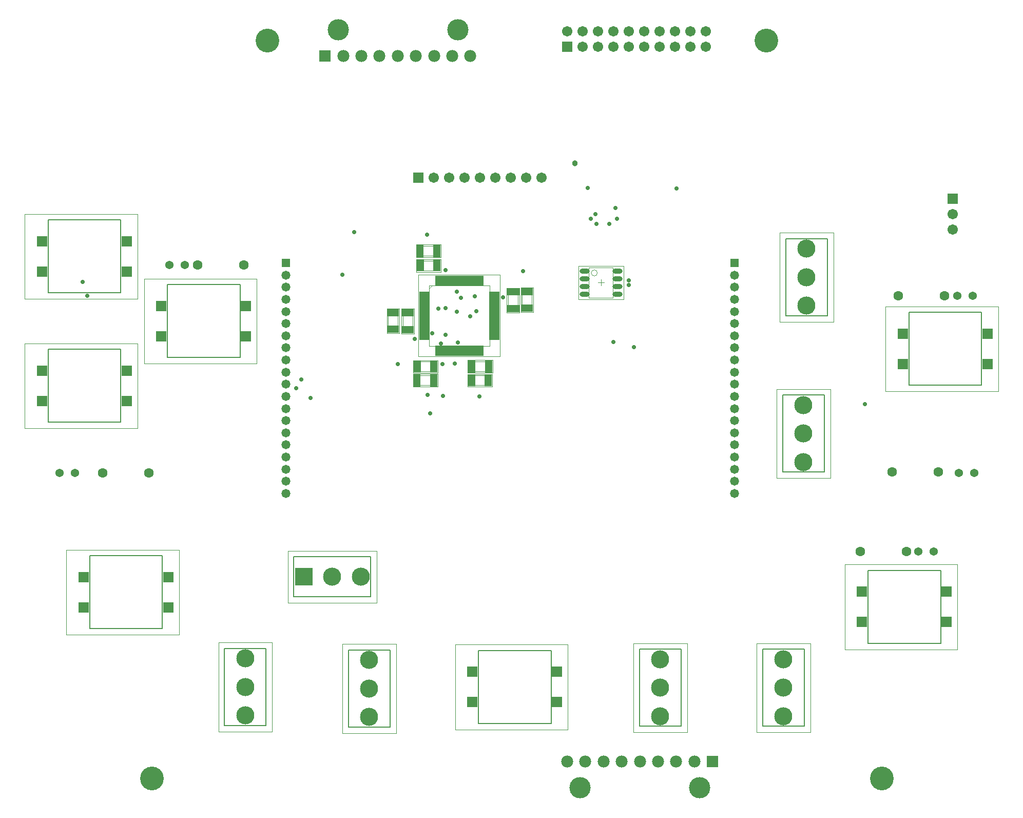
<source format=gts>
G04*
G04 #@! TF.GenerationSoftware,Altium Limited,Altium Designer,19.1.5 (86)*
G04*
G04 Layer_Color=8388736*
%FSLAX24Y24*%
%MOIN*%
G70*
G01*
G75*
%ADD10C,0.0079*%
%ADD15C,0.0039*%
%ADD21C,0.0020*%
%ADD30R,0.0497X0.0781*%
%ADD31R,0.0781X0.0497*%
%ADD32R,0.0482X0.0797*%
%ADD33R,0.0797X0.0482*%
%ADD34R,0.0690X0.0710*%
%ADD35R,0.0198X0.0651*%
%ADD36R,0.0651X0.0198*%
%ADD37O,0.0651X0.0316*%
%ADD38C,0.1173*%
%ADD39R,0.0671X0.0671*%
%ADD40C,0.0671*%
%ADD41R,0.1173X0.1173*%
%ADD42C,0.0580*%
%ADD43R,0.0580X0.0580*%
%ADD44C,0.0540*%
%ADD45R,0.0780X0.0780*%
%ADD46C,0.0780*%
%ADD47C,0.1380*%
%ADD48C,0.1540*%
%ADD49R,0.0671X0.0671*%
%ADD50C,0.0631*%
%ADD51C,0.0280*%
%ADD52C,0.0380*%
D10*
X43650Y32550D02*
X46350D01*
Y37550D01*
X43650D02*
X46350D01*
X43650Y32550D02*
Y37550D01*
X11700Y14301D02*
Y16899D01*
Y14301D02*
X16700D01*
Y16899D01*
X11700D02*
X16700D01*
X34150Y5900D02*
X36850D01*
Y10900D01*
X34150D02*
X36850D01*
X34150Y5900D02*
Y10900D01*
X42150Y5900D02*
X44850D01*
Y10900D01*
X42150D02*
X44850D01*
X42150Y5900D02*
Y10900D01*
X15250Y5850D02*
Y10850D01*
X17950D01*
Y5850D02*
Y10850D01*
X15250Y5850D02*
X17950D01*
X7200Y5950D02*
Y10950D01*
X9900D01*
Y5950D02*
Y10950D01*
X7200Y5950D02*
X9900D01*
X43450Y22400D02*
Y27400D01*
X46150D01*
Y22400D02*
Y27400D01*
X43450Y22400D02*
X46150D01*
X23688Y6088D02*
X28412D01*
Y10812D01*
X23688D02*
X28412D01*
X23688Y6088D02*
Y10812D01*
X3488Y29838D02*
X8212D01*
Y34562D01*
X3488D02*
X8212D01*
X3488Y29838D02*
Y34562D01*
X-1562Y12238D02*
Y16962D01*
X3162D01*
Y12238D02*
Y16962D01*
X-1562Y12238D02*
X3162D01*
X51638Y28038D02*
Y32762D01*
X56362D01*
Y28038D02*
Y32762D01*
X51638Y28038D02*
X56362D01*
X48988Y11288D02*
Y16012D01*
X53712D01*
Y11288D02*
Y16012D01*
X48988Y11288D02*
X53712D01*
X-4262Y25638D02*
X462D01*
Y30362D01*
X-4262D02*
X462D01*
X-4262Y25638D02*
Y30362D01*
Y34038D02*
X462D01*
Y38762D01*
X-4262D02*
X462D01*
X-4262Y34038D02*
Y38762D01*
D15*
X31414Y35330D02*
G03*
X31414Y35330I-197J0D01*
G01*
X23170Y28665D02*
X24430D01*
Y28035D02*
Y28665D01*
X23170Y28035D02*
X24430D01*
X23170D02*
Y28665D01*
X19620Y28935D02*
X20880D01*
X19620D02*
Y29565D01*
X20880D01*
Y28935D02*
Y29565D01*
X17835Y31570D02*
Y32830D01*
X18465D01*
Y31570D02*
Y32830D01*
X17835Y31570D02*
X18465D01*
X26535Y32939D02*
Y34198D01*
X27165D01*
Y32939D02*
Y34198D01*
X26535Y32939D02*
X27165D01*
X19820Y35485D02*
X21080D01*
X19820D02*
Y36115D01*
X21080D01*
Y35485D02*
Y36115D01*
X23170Y29565D02*
X24430D01*
Y28935D02*
Y29565D01*
X23170Y28935D02*
X24430D01*
X23170D02*
Y29565D01*
X19620Y28035D02*
X20880D01*
X19620D02*
Y28665D01*
X20880D01*
Y28035D02*
Y28665D01*
X18785Y31570D02*
Y32830D01*
X19415D01*
Y31570D02*
Y32830D01*
X18785Y31570D02*
X19415D01*
X25635Y32920D02*
Y34180D01*
X26265D01*
Y32920D02*
Y34180D01*
X25635Y32920D02*
X26265D01*
X19820Y36435D02*
X21080D01*
X19820D02*
Y37065D01*
X21080D01*
Y36435D02*
Y37065D01*
X20482Y34322D02*
X20678Y34518D01*
X20482Y30582D02*
Y34518D01*
Y30582D02*
X24418D01*
Y34518D01*
X20482D02*
X24418D01*
X30863Y33716D02*
X32437D01*
X30863Y35684D02*
X32437D01*
Y33716D02*
Y35684D01*
X30863Y33716D02*
Y35684D01*
X43256Y32156D02*
X46744D01*
Y37944D01*
X43256D02*
X46744D01*
X43256Y32156D02*
Y37944D01*
X11306Y13907D02*
Y17293D01*
Y13907D02*
X17094D01*
Y17293D01*
X11306D02*
X17094D01*
X33756Y5507D02*
X37244D01*
Y11294D01*
X33756D02*
X37244D01*
X33756Y5507D02*
Y11294D01*
X41756Y5506D02*
X45244D01*
Y11294D01*
X41756D02*
X45244D01*
X41756Y5506D02*
Y11294D01*
X14856Y5456D02*
Y11244D01*
X18344D01*
Y5456D02*
Y11244D01*
X14856Y5456D02*
X18344D01*
X6806Y5557D02*
Y11344D01*
X10294D01*
Y5557D02*
Y11344D01*
X6806Y5557D02*
X10294D01*
X43056Y22006D02*
Y27794D01*
X46544D01*
Y22006D02*
Y27794D01*
X43056Y22006D02*
X46544D01*
X22172Y11206D02*
X29495D01*
Y5694D02*
Y11206D01*
X22172Y5694D02*
X29495D01*
X22172D02*
Y11206D01*
X1972Y34956D02*
X9295D01*
Y29444D02*
Y34956D01*
X1972Y29444D02*
X9295D01*
X1972D02*
Y34956D01*
X-3078Y11844D02*
Y17356D01*
Y11844D02*
X4245D01*
Y17356D01*
X-3078D02*
X4245D01*
X50122Y27644D02*
Y33156D01*
Y27644D02*
X57445D01*
Y33156D01*
X50122D02*
X57445D01*
X47472Y10894D02*
Y16406D01*
Y10894D02*
X54795D01*
Y16406D01*
X47472D02*
X54795D01*
X-5778Y30756D02*
X1545D01*
Y25244D02*
Y30756D01*
X-5778Y25244D02*
X1545D01*
X-5778D02*
Y30756D01*
X31650Y34503D02*
Y34897D01*
X31453Y34700D02*
X31847D01*
X-5778Y39156D02*
X1545D01*
Y33644D02*
Y39156D01*
X-5778Y33644D02*
X1545D01*
X-5778D02*
Y39156D01*
D21*
X22997Y28759D02*
X24603D01*
Y27941D02*
Y28759D01*
X22997Y27941D02*
X24603D01*
X22997D02*
Y28759D01*
X19447Y28841D02*
X21053D01*
X19447D02*
Y29659D01*
X21053D01*
Y28841D02*
Y29659D01*
X17741Y31397D02*
Y33003D01*
X18559D01*
Y31397D02*
Y33003D01*
X17741Y31397D02*
X18559D01*
X26441Y32765D02*
Y34372D01*
X27259D01*
Y32765D02*
Y34372D01*
X26441Y32765D02*
X27259D01*
X19647Y35391D02*
X21253D01*
X19647D02*
Y36209D01*
X21253D01*
Y35391D02*
Y36209D01*
X22989Y29667D02*
X24611D01*
Y28833D02*
Y29667D01*
X22989Y28833D02*
X24611D01*
X22989D02*
Y29667D01*
X19439Y27933D02*
X21061D01*
X19439D02*
Y28767D01*
X21061D01*
Y27933D02*
Y28767D01*
X18683Y31389D02*
Y33011D01*
X19517D01*
Y31389D02*
Y33011D01*
X18683Y31389D02*
X19517D01*
X25533Y32739D02*
Y34361D01*
X26367D01*
Y32739D02*
Y34361D01*
X25533Y32739D02*
X26367D01*
X19639Y36333D02*
X21261D01*
X19639D02*
Y37167D01*
X21261D01*
Y36333D02*
Y37167D01*
X19802Y29902D02*
Y35198D01*
Y29902D02*
X25098D01*
Y35198D01*
X19802D02*
X25098D01*
X30193Y33617D02*
X33107D01*
X30193Y35783D02*
X33107D01*
Y33617D02*
Y35783D01*
X30193Y33617D02*
Y35783D01*
D30*
X23265Y28350D02*
D03*
X24335D02*
D03*
X20785Y29250D02*
D03*
X19715D02*
D03*
X20985Y35800D02*
D03*
X19915D02*
D03*
D31*
X18150Y31665D02*
D03*
Y32735D02*
D03*
X26850Y33033D02*
D03*
Y34104D02*
D03*
D32*
X23249Y29250D02*
D03*
X24351D02*
D03*
X20801Y28350D02*
D03*
X19699D02*
D03*
X21001Y36750D02*
D03*
X19899D02*
D03*
D33*
X19100Y31649D02*
D03*
Y32751D02*
D03*
X25950Y32999D02*
D03*
Y34101D02*
D03*
D34*
X23304Y9434D02*
D03*
X28796D02*
D03*
X23304Y7466D02*
D03*
X28796D02*
D03*
X3104Y33184D02*
D03*
X8596D02*
D03*
X3104Y31216D02*
D03*
X8596D02*
D03*
X3546Y13616D02*
D03*
X-1946D02*
D03*
X3546Y15584D02*
D03*
X-1946D02*
D03*
X56746Y29416D02*
D03*
X51254D02*
D03*
X56746Y31384D02*
D03*
X51254D02*
D03*
X54096Y12666D02*
D03*
X48604D02*
D03*
X54096Y14634D02*
D03*
X48604D02*
D03*
X-4646Y28984D02*
D03*
X846D02*
D03*
X-4646Y27016D02*
D03*
X846D02*
D03*
X-4646Y37384D02*
D03*
X846D02*
D03*
X-4646Y35416D02*
D03*
X846D02*
D03*
D35*
X20974Y34814D02*
D03*
X21170D02*
D03*
X21367D02*
D03*
X21564D02*
D03*
X21761D02*
D03*
X21958D02*
D03*
X22155D02*
D03*
X22352D02*
D03*
X22548D02*
D03*
X22745D02*
D03*
X22942D02*
D03*
X23139D02*
D03*
X23336D02*
D03*
X23533D02*
D03*
X23730D02*
D03*
X23926D02*
D03*
Y30286D02*
D03*
X23730D02*
D03*
X23533D02*
D03*
X23336D02*
D03*
X23139D02*
D03*
X22942D02*
D03*
X22745D02*
D03*
X22548D02*
D03*
X22352D02*
D03*
X22155D02*
D03*
X21958D02*
D03*
X21761D02*
D03*
X21564D02*
D03*
X21367D02*
D03*
X21170D02*
D03*
X20974D02*
D03*
D36*
X24714Y34026D02*
D03*
Y33830D02*
D03*
Y33633D02*
D03*
Y33436D02*
D03*
Y33239D02*
D03*
Y33042D02*
D03*
Y32845D02*
D03*
Y32648D02*
D03*
Y32452D02*
D03*
Y32255D02*
D03*
Y32058D02*
D03*
Y31861D02*
D03*
Y31664D02*
D03*
Y31467D02*
D03*
Y31270D02*
D03*
Y31074D02*
D03*
X20186D02*
D03*
Y31270D02*
D03*
Y31467D02*
D03*
Y31664D02*
D03*
Y31861D02*
D03*
Y32058D02*
D03*
Y32255D02*
D03*
Y32452D02*
D03*
Y32648D02*
D03*
Y32845D02*
D03*
Y33042D02*
D03*
Y33239D02*
D03*
Y33436D02*
D03*
Y33633D02*
D03*
Y33830D02*
D03*
Y34026D02*
D03*
D37*
X32723Y33950D02*
D03*
Y34450D02*
D03*
Y34950D02*
D03*
Y35450D02*
D03*
X30577Y33950D02*
D03*
Y34450D02*
D03*
Y34950D02*
D03*
Y35450D02*
D03*
D38*
X45000Y36900D02*
D03*
Y35050D02*
D03*
Y33200D02*
D03*
X16050Y15600D02*
D03*
X14200D02*
D03*
X35500Y10251D02*
D03*
Y8400D02*
D03*
Y6550D02*
D03*
X43500Y10250D02*
D03*
Y8400D02*
D03*
Y6550D02*
D03*
X16600Y6500D02*
D03*
Y8350D02*
D03*
Y10200D02*
D03*
X8550Y6600D02*
D03*
Y8450D02*
D03*
Y10301D02*
D03*
X44800Y23050D02*
D03*
Y24900D02*
D03*
Y26750D02*
D03*
D39*
X54500Y40150D02*
D03*
D40*
Y39150D02*
D03*
Y38150D02*
D03*
X21800Y41500D02*
D03*
X22800D02*
D03*
X23800D02*
D03*
X24800D02*
D03*
X25800D02*
D03*
X26800D02*
D03*
X27800D02*
D03*
X20800D02*
D03*
X38450Y51000D02*
D03*
X37450D02*
D03*
X36450D02*
D03*
X35450D02*
D03*
X34450D02*
D03*
X33450D02*
D03*
X32450D02*
D03*
X31450D02*
D03*
X30450D02*
D03*
X29450D02*
D03*
X38450Y50000D02*
D03*
X37450D02*
D03*
X36450D02*
D03*
X35450D02*
D03*
X34450D02*
D03*
X33450D02*
D03*
X32450D02*
D03*
X31450D02*
D03*
X30450D02*
D03*
D41*
X12350Y15600D02*
D03*
D42*
X11180Y30462D02*
D03*
Y32037D02*
D03*
Y34399D02*
D03*
Y33611D02*
D03*
Y32824D02*
D03*
Y31249D02*
D03*
Y35186D02*
D03*
Y29674D02*
D03*
Y28887D02*
D03*
Y23375D02*
D03*
Y24950D02*
D03*
Y26525D02*
D03*
Y25737D02*
D03*
Y24163D02*
D03*
Y28100D02*
D03*
Y22588D02*
D03*
Y21800D02*
D03*
Y27312D02*
D03*
Y21013D02*
D03*
X40314Y30462D02*
D03*
Y32037D02*
D03*
Y34399D02*
D03*
Y33611D02*
D03*
Y32824D02*
D03*
Y31249D02*
D03*
Y35186D02*
D03*
Y29674D02*
D03*
Y28887D02*
D03*
Y23375D02*
D03*
Y24950D02*
D03*
Y26525D02*
D03*
Y25737D02*
D03*
Y24163D02*
D03*
Y28100D02*
D03*
Y22588D02*
D03*
Y21800D02*
D03*
Y27312D02*
D03*
Y21013D02*
D03*
D43*
X11180Y35974D02*
D03*
X40314D02*
D03*
D44*
X53250Y17250D02*
D03*
X52250D02*
D03*
X55900Y22350D02*
D03*
X54900D02*
D03*
X55800Y33850D02*
D03*
X54800D02*
D03*
X-3500Y22350D02*
D03*
X-2500D02*
D03*
X3606Y35850D02*
D03*
X4606D02*
D03*
D45*
X38895Y3600D02*
D03*
X13730Y49400D02*
D03*
D46*
X37715Y3600D02*
D03*
X36535D02*
D03*
X35355D02*
D03*
X34175D02*
D03*
X32995D02*
D03*
X31815D02*
D03*
X30635D02*
D03*
X29455D02*
D03*
X14910Y49400D02*
D03*
X16090D02*
D03*
X17270D02*
D03*
X18450D02*
D03*
X19630D02*
D03*
X20810D02*
D03*
X21990D02*
D03*
X23170D02*
D03*
D47*
X38045Y1900D02*
D03*
X30285D02*
D03*
X14580Y51100D02*
D03*
X22340D02*
D03*
D48*
X2500Y2500D02*
D03*
X49900D02*
D03*
X42400Y50400D02*
D03*
X10000D02*
D03*
D49*
X19800Y41500D02*
D03*
X29450Y50000D02*
D03*
D50*
X8450Y35850D02*
D03*
X5450D02*
D03*
X48500Y17250D02*
D03*
X51500D02*
D03*
X53550Y22400D02*
D03*
X50550D02*
D03*
X-700Y22350D02*
D03*
X2300D02*
D03*
X50950Y33850D02*
D03*
X53950D02*
D03*
D51*
X12800Y27200D02*
D03*
X12200Y28400D02*
D03*
X11850Y27850D02*
D03*
X48800Y26801D02*
D03*
X-1700Y33850D02*
D03*
X-2000Y34750D02*
D03*
X32700Y38850D02*
D03*
X32600Y39550D02*
D03*
X32200Y38500D02*
D03*
X22300Y32800D02*
D03*
X20700Y31400D02*
D03*
X21550Y35500D02*
D03*
X21100Y33000D02*
D03*
X33800Y30500D02*
D03*
X25300Y33750D02*
D03*
X26850Y33037D02*
D03*
X26600Y35450D02*
D03*
X20400Y27400D02*
D03*
X19550Y31050D02*
D03*
X22550Y33700D02*
D03*
X22300Y34100D02*
D03*
X20350Y37800D02*
D03*
X19700Y28350D02*
D03*
X23250Y29200D02*
D03*
Y28350D02*
D03*
X14850Y35200D02*
D03*
X32738Y35450D02*
D03*
X30550Y34950D02*
D03*
X19100Y32731D02*
D03*
X18150D02*
D03*
X25950Y33019D02*
D03*
X19919Y35800D02*
D03*
Y36750D02*
D03*
X15605Y37995D02*
D03*
X33450Y34850D02*
D03*
Y34550D02*
D03*
X21350Y29400D02*
D03*
X21400Y27350D02*
D03*
X20550Y26200D02*
D03*
X18450Y29400D02*
D03*
X21250Y30750D02*
D03*
X21550Y31300D02*
D03*
X23750Y27300D02*
D03*
X21550Y33050D02*
D03*
X23144Y32506D02*
D03*
X32450Y30850D02*
D03*
X23550Y32850D02*
D03*
X31000Y38850D02*
D03*
X31350Y38500D02*
D03*
X36550Y40800D02*
D03*
X30800Y40850D02*
D03*
X31300Y39150D02*
D03*
X23450Y33800D02*
D03*
X22350Y30800D02*
D03*
X22150Y29450D02*
D03*
D52*
X29950Y42450D02*
D03*
M02*

</source>
